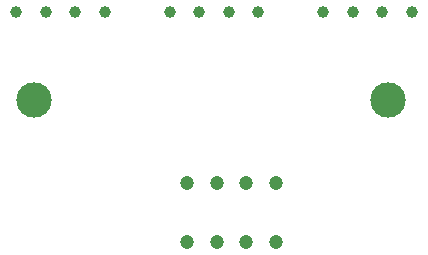
<source format=gbr>
%TF.GenerationSoftware,Altium Limited,Altium Designer,23.3.1 (30)*%
G04 Layer_Color=0*
%FSLAX45Y45*%
%MOMM*%
%TF.SameCoordinates,B976926E-EB95-44A8-8F59-24342913D157*%
%TF.FilePolarity,Positive*%
%TF.FileFunction,Plated,1,2,PTH,Drill*%
%TF.Part,Single*%
G01*
G75*
%TA.AperFunction,OtherDrill,Pad Free-4 (3.5mm,15mm)*%
%ADD19C,3.00000*%
%TA.AperFunction,OtherDrill,Pad Free-3 (33.5mm,15mm)*%
%ADD20C,3.00000*%
%TA.AperFunction,ComponentDrill*%
%ADD21C,1.00000*%
%ADD22C,1.20000*%
D19*
X350000Y1500000D02*
D03*
D20*
X3350000D02*
D03*
D21*
X3549999Y2250002D02*
D03*
X3300002D02*
D03*
X3050000D02*
D03*
X2799998D02*
D03*
X2250002D02*
D03*
X2000000D02*
D03*
X1749998D02*
D03*
X1500001D02*
D03*
X949999D02*
D03*
X700002D02*
D03*
X450000D02*
D03*
X199998D02*
D03*
D22*
X2399999Y800002D02*
D03*
X2150002D02*
D03*
X1900000D02*
D03*
X1649998D02*
D03*
X2399999Y299998D02*
D03*
X2150002D02*
D03*
X1900000D02*
D03*
X1649998D02*
D03*
%TF.MD5,c0bbb7445f3d7c026627f9080d7db91e*%
M02*

</source>
